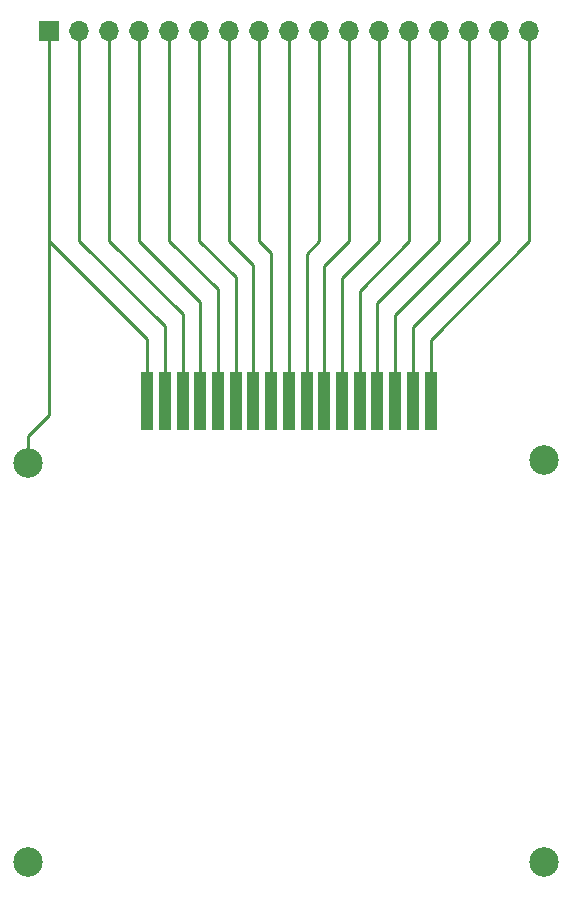
<source format=gbr>
%TF.GenerationSoftware,KiCad,Pcbnew,(6.0.4)*%
%TF.CreationDate,2022-07-04T19:49:19+02:00*%
%TF.ProjectId,NDS Card Reader,4e445320-4361-4726-9420-526561646572,rev?*%
%TF.SameCoordinates,Original*%
%TF.FileFunction,Copper,L1,Top*%
%TF.FilePolarity,Positive*%
%FSLAX46Y46*%
G04 Gerber Fmt 4.6, Leading zero omitted, Abs format (unit mm)*
G04 Created by KiCad (PCBNEW (6.0.4)) date 2022-07-04 19:49:19*
%MOMM*%
%LPD*%
G01*
G04 APERTURE LIST*
%TA.AperFunction,SMDPad,CuDef*%
%ADD10R,1.000000X5.000000*%
%TD*%
%TA.AperFunction,ComponentPad*%
%ADD11R,1.700000X1.700000*%
%TD*%
%TA.AperFunction,ComponentPad*%
%ADD12O,1.700000X1.700000*%
%TD*%
%TA.AperFunction,ViaPad*%
%ADD13C,2.500000*%
%TD*%
%TA.AperFunction,Conductor*%
%ADD14C,0.250000*%
%TD*%
G04 APERTURE END LIST*
D10*
%TO.P,U1,1,GND*%
%TO.N,Net-(J1-Pad1)*%
X137810000Y-115154000D03*
%TO.P,U1,2,CLK*%
%TO.N,Net-(J1-Pad2)*%
X139310000Y-115154000D03*
%TO.P,U1,3,UNUSED*%
%TO.N,Net-(J1-Pad3)*%
X140810000Y-115154000D03*
%TO.P,U1,4,CS1_ROM*%
%TO.N,Net-(J1-Pad4)*%
X142310000Y-115154000D03*
%TO.P,U1,5,RESET*%
%TO.N,Net-(J1-Pad5)*%
X143810000Y-115154000D03*
%TO.P,U1,6,CS2_EEPROM*%
%TO.N,Net-(J1-Pad6)*%
X145310000Y-115154000D03*
%TO.P,U1,7,IRQ*%
%TO.N,Net-(J1-Pad7)*%
X146810000Y-115154000D03*
%TO.P,U1,8,3.3V*%
%TO.N,Net-(J1-Pad8)*%
X148310000Y-115154000D03*
%TO.P,U1,9,D0*%
%TO.N,Net-(J1-Pad9)*%
X149810000Y-115154000D03*
%TO.P,U1,10,D1*%
%TO.N,Net-(J1-Pad10)*%
X151310000Y-115154000D03*
%TO.P,U1,11,D2*%
%TO.N,Net-(J1-Pad11)*%
X152810000Y-115154000D03*
%TO.P,U1,12,D3*%
%TO.N,Net-(J1-Pad12)*%
X154310000Y-115154000D03*
%TO.P,U1,13,D5*%
%TO.N,Net-(J1-Pad13)*%
X155810000Y-115154000D03*
%TO.P,U1,14,D4*%
%TO.N,Net-(J1-Pad14)*%
X157310000Y-115154000D03*
%TO.P,U1,15,D6*%
%TO.N,Net-(J1-Pad15)*%
X158810000Y-115154000D03*
%TO.P,U1,16,D7*%
%TO.N,Net-(J1-Pad16)*%
X160310000Y-115154000D03*
%TO.P,U1,17,GND*%
%TO.N,Net-(J1-Pad17)*%
X161810000Y-115154000D03*
%TD*%
D11*
%TO.P,J1,1,Pin_1*%
%TO.N,Net-(J1-Pad1)*%
X129540000Y-83820000D03*
D12*
%TO.P,J1,2,Pin_2*%
%TO.N,Net-(J1-Pad2)*%
X132080000Y-83820000D03*
%TO.P,J1,3,Pin_3*%
%TO.N,Net-(J1-Pad3)*%
X134620000Y-83820000D03*
%TO.P,J1,4,Pin_4*%
%TO.N,Net-(J1-Pad4)*%
X137160000Y-83820000D03*
%TO.P,J1,5,Pin_5*%
%TO.N,Net-(J1-Pad5)*%
X139700000Y-83820000D03*
%TO.P,J1,6,Pin_6*%
%TO.N,Net-(J1-Pad6)*%
X142240000Y-83820000D03*
%TO.P,J1,7,Pin_7*%
%TO.N,Net-(J1-Pad7)*%
X144780000Y-83820000D03*
%TO.P,J1,8,Pin_8*%
%TO.N,Net-(J1-Pad8)*%
X147320000Y-83820000D03*
%TO.P,J1,9,Pin_9*%
%TO.N,Net-(J1-Pad9)*%
X149860000Y-83820000D03*
%TO.P,J1,10,Pin_10*%
%TO.N,Net-(J1-Pad10)*%
X152400000Y-83820000D03*
%TO.P,J1,11,Pin_11*%
%TO.N,Net-(J1-Pad11)*%
X154940000Y-83820000D03*
%TO.P,J1,12,Pin_12*%
%TO.N,Net-(J1-Pad12)*%
X157480000Y-83820000D03*
%TO.P,J1,13,Pin_13*%
%TO.N,Net-(J1-Pad13)*%
X160020000Y-83820000D03*
%TO.P,J1,14,Pin_14*%
%TO.N,Net-(J1-Pad14)*%
X162560000Y-83820000D03*
%TO.P,J1,15,Pin_15*%
%TO.N,Net-(J1-Pad15)*%
X165100000Y-83820000D03*
%TO.P,J1,16,Pin_16*%
%TO.N,Net-(J1-Pad16)*%
X167640000Y-83820000D03*
%TO.P,J1,17,Pin_17*%
%TO.N,Net-(J1-Pad17)*%
X170180000Y-83820000D03*
%TD*%
D13*
%TO.N,Net-(J1-Pad1)*%
X171450000Y-154178000D03*
X171450000Y-120142000D03*
X127762000Y-154178000D03*
X127762000Y-120396000D03*
%TD*%
D14*
%TO.N,Net-(J1-Pad1)*%
X129540000Y-116332000D02*
X129540000Y-101346000D01*
X127762000Y-120396000D02*
X127762000Y-118110000D01*
X127762000Y-118110000D02*
X129540000Y-116332000D01*
X137810000Y-114845000D02*
X137810000Y-109870000D01*
X137810000Y-109870000D02*
X129540000Y-101600000D01*
X129540000Y-101600000D02*
X129540000Y-83820000D01*
%TO.N,Net-(J1-Pad2)*%
X132080000Y-101600000D02*
X132080000Y-83820000D01*
X139310000Y-108830000D02*
X132080000Y-101600000D01*
X139310000Y-114245000D02*
X139310000Y-108830000D01*
%TO.N,Net-(J1-Pad3)*%
X134620000Y-101600000D02*
X134620000Y-83820000D01*
X140810000Y-114245000D02*
X140810000Y-107790000D01*
X140810000Y-107790000D02*
X134620000Y-101600000D01*
%TO.N,Net-(J1-Pad4)*%
X142310000Y-114245000D02*
X142310000Y-106750000D01*
X137160000Y-101600000D02*
X137160000Y-83820000D01*
X142310000Y-106750000D02*
X137160000Y-101600000D01*
%TO.N,Net-(J1-Pad5)*%
X143810000Y-105710000D02*
X139700000Y-101600000D01*
X139700000Y-101600000D02*
X139700000Y-83820000D01*
X143810000Y-114245000D02*
X143810000Y-105710000D01*
%TO.N,Net-(J1-Pad6)*%
X145310000Y-114245000D02*
X145310000Y-104670000D01*
X142240000Y-101600000D02*
X142240000Y-83820000D01*
X145310000Y-104670000D02*
X142240000Y-101600000D01*
%TO.N,Net-(J1-Pad7)*%
X146810000Y-103630000D02*
X144780000Y-101600000D01*
X146810000Y-114245000D02*
X146810000Y-103630000D01*
X144780000Y-101600000D02*
X144780000Y-83820000D01*
%TO.N,Net-(J1-Pad8)*%
X148310000Y-114595000D02*
X148310000Y-102590000D01*
X147320000Y-101600000D02*
X147320000Y-83820000D01*
X148310000Y-102590000D02*
X147320000Y-101600000D01*
%TO.N,Net-(J1-Pad9)*%
X149810000Y-114245000D02*
X149810000Y-83870000D01*
X149810000Y-83870000D02*
X149860000Y-83820000D01*
%TO.N,Net-(J1-Pad10)*%
X151310000Y-102690000D02*
X152400000Y-101600000D01*
X151310000Y-114245000D02*
X151310000Y-102690000D01*
X152400000Y-101600000D02*
X152400000Y-83820000D01*
%TO.N,Net-(J1-Pad11)*%
X154940000Y-101600000D02*
X154940000Y-83820000D01*
X152810000Y-114245000D02*
X152810000Y-103730000D01*
X152810000Y-103730000D02*
X154940000Y-101600000D01*
%TO.N,Net-(J1-Pad12)*%
X157480000Y-101600000D02*
X157480000Y-83820000D01*
X154310000Y-104770000D02*
X157480000Y-101600000D01*
X154310000Y-114245000D02*
X154310000Y-104770000D01*
%TO.N,Net-(J1-Pad13)*%
X160020000Y-101600000D02*
X160020000Y-83820000D01*
X155810000Y-105810000D02*
X160020000Y-101600000D01*
X155810000Y-114245000D02*
X155810000Y-105810000D01*
%TO.N,Net-(J1-Pad14)*%
X157310000Y-114245000D02*
X157310000Y-106850000D01*
X162560000Y-101600000D02*
X162560000Y-83820000D01*
X157310000Y-106850000D02*
X162560000Y-101600000D01*
%TO.N,Net-(J1-Pad15)*%
X158810000Y-107890000D02*
X165100000Y-101600000D01*
X158810000Y-114245000D02*
X158810000Y-107890000D01*
X165100000Y-101600000D02*
X165100000Y-83820000D01*
%TO.N,Net-(J1-Pad16)*%
X167640000Y-101600000D02*
X167640000Y-83820000D01*
X160310000Y-114245000D02*
X160310000Y-108930000D01*
X160310000Y-108930000D02*
X167640000Y-101600000D01*
%TO.N,Net-(J1-Pad17)*%
X170180000Y-101600000D02*
X170180000Y-83820000D01*
X161810000Y-114845000D02*
X161810000Y-109970000D01*
X161810000Y-109970000D02*
X170180000Y-101600000D01*
%TD*%
M02*

</source>
